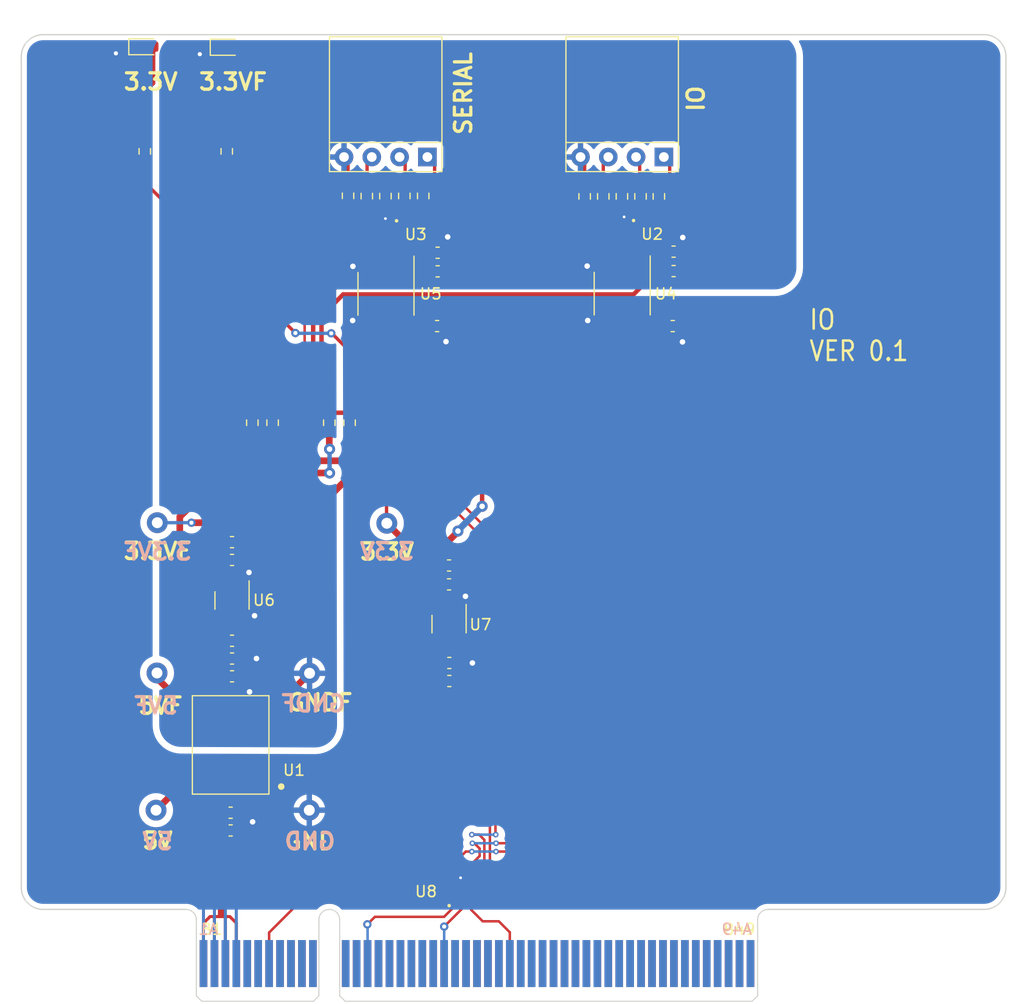
<source format=kicad_pcb>
(kicad_pcb (version 20221018) (generator pcbnew)
  (layers (0 "F.Cu" signal) (31 "B.Cu" signal) (34 "B.Paste" user) (35 "F.Paste" user) (36 "B.SilkS" user "B.Silkscreen") (37 "F.SilkS" user "F.Silkscreen") (38 "B.Mask" user) (39 "F.Mask" user) (44 "Edge.Cuts" user))
  (net 0 "")
  (net 1 "GND")
  (net 2 "GND1")
  (net 3 "/+5VF")
  (net 4 "/+3V3F")
  (net 5 "+5V")
  (net 6 "+3.3V")
  (net 7 "unconnected-(U2-D4-Pad5)")
  (net 8 "Net-(D2-A)")
  (net 15 "/PC6")
  (net 28 "/PA2")
  (net 60 "/PC7")
  (net 73 "/PA3")
  (net 96 "Net-(D1-A)")
  (net 98 "Net-(J1-Pin_2)")
  (net 99 "Net-(U2-D2)")
  (net 101 "Net-(U2-D3)")
  (net 102 "Net-(J1-Pin_3)")
  (net 104 "Net-(J2-Pin_2)")
  (net 105 "Net-(R1-Pad1)")
  (net 106 "Net-(J2-Pin_3)")
  (net 107 "Net-(R10-Pad1)")
  (net 108 "Net-(U3-D2)")
  (net 109 "Net-(U3-D3)")
  (net 110 "unconnected-(U3-D4-Pad5)")
  (net 111 "Net-(J1-Pin_1)")
  (net 112 "Net-(J2-Pin_1)")
  (footprint "Resistor_SMD:R_0603_1608Metric_Pad0.98x0.95mm_HandSolder" (layer "F.Cu") (at 8.5852 -73.6492 -90)
    (fp_text reference "R4" hide)
    (fp_text value "24K")
  )
  (footprint "Capacitor_SMD:C_0603_1608Metric_Pad1.08x0.95mm_HandSolder" (layer "F.Cu") (at 10.9728 -29.2862 180)
    (fp_text reference "C14" hide)
    (fp_text value "100n")
  )
  (footprint "Capacitor_SMD:C_0603_1608Metric_Pad1.08x0.95mm_HandSolder" (layer "F.Cu") (at -9.017 -17.2466 180)
    (fp_text reference "C2" hide)
    (fp_text value "100n")
  )
  (footprint "Capacitor_SMD:C_0603_1608Metric_Pad1.08x0.95mm_HandSolder" (layer "F.Cu") (at -9.017 -15.621 180)
    (fp_text reference "C1" hide)
    (fp_text value "10u")
  )
  (footprint "Capacitor_SMD:C_0603_1608Metric_Pad1.08x0.95mm_HandSolder" (layer "F.Cu") (at 10.9474 -39.8526 180)
    (fp_text reference "C15" hide)
    (fp_text value "100n")
  )
  (footprint "common:connector_4pins_horizontal" (layer "F.Cu") (at 26.7716 -77.207)
    (fp_text reference "J1" hide)
    (fp_text value "Conn_01x04_Pin")
  )
  (footprint "Resistor_SMD:R_0603_1608Metric_Pad0.98x0.95mm_HandSolder" (layer "F.Cu") (at -5.1816 -52.9082 -90)
    (fp_text reference "R14" hide)
    (fp_text value "0R")
  )
  (footprint "Resistor_SMD:R_0603_1608Metric_Pad0.98x0.95mm_HandSolder" (layer "F.Cu") (at 0 -52.9082 -90)
    (fp_text reference "R11" hide)
    (fp_text value "0R")
  )
  (footprint "Resistor_SMD:R_0603_1608Metric_Pad0.98x0.95mm_HandSolder" (layer "F.Cu") (at 1.8542 -52.9082 -90)
    (fp_text reference "R13" hide)
    (fp_text value "0R")
  )
  (footprint "Capacitor_SMD:C_0603_1608Metric_Pad1.08x0.95mm_HandSolder" (layer "F.Cu") (at -8.89 -31.3436 180)
    (fp_text reference "C8" hide)
    (fp_text value "100n")
  )
  (footprint "Package_SO:SOIC-8_3.9x4.9mm_P1.27mm" (layer "F.Cu") (at 5.1816 -64.6938 -90)
    (fp_text reference "U5")
    (fp_text value "ADUM1201ARZ-RL7")
  )
  (footprint "common:Test_Pad" (layer "F.Cu") (at -15.836 -17.4752)
    (fp_text reference "TP3" hide)
    (fp_text value "TestPoint")
  )
  (footprint "common:Diodes_UDFN-10_1.0x2.5mm_P0.5mm" (layer "F.Cu") (at 11.9718 -9.9648 90)
    (fp_text reference "U8")
    (fp_text value "ESD5344D-TP")
  )
  (footprint "Resistor_SMD:R_0603_1608Metric_Pad0.98x0.95mm_HandSolder" (layer "F.Cu") (at -16.8656 -77.724 90)
    (fp_text reference "R16" hide)
    (fp_text value "5K1")
  )
  (footprint "Capacitor_SMD:C_0603_1608Metric_Pad1.08x0.95mm_HandSolder" (layer "F.Cu") (at -8.8911 -41.9862 180)
    (fp_text reference "C12" hide)
    (fp_text value "10u")
  )
  (footprint "LED_SMD:LED_0603_1608Metric" (layer "F.Cu") (at -16.8403 -87.2978)
    (fp_text reference "D2" hide)
    (fp_text value "GRN")
  )
  (footprint "Capacitor_SMD:C_0603_1608Metric_Pad1.08x0.95mm_HandSolder" (layer "F.Cu") (at 9.906 -66.7512 180)
    (fp_text reference "C7" hide)
    (fp_text value "100n")
  )
  (footprint "Capacitor_SMD:C_0603_1608Metric_Pad1.08x0.95mm_HandSolder" (layer "F.Cu") (at 10.9728 -30.9372 180)
    (fp_text reference "C13" hide)
    (fp_text value "10u")
  )
  (footprint "Capacitor_SMD:C_0603_1608Metric_Pad1.08x0.95mm_HandSolder" (layer "F.Cu") (at 9.906 -68.453 180)
    (fp_text reference "C4" hide)
    (fp_text value "1u")
  )
  (footprint "Package_SO:SOIC-8_3.9x4.9mm_P1.27mm" (layer "F.Cu") (at 26.7716 -64.7192 -90)
    (fp_text reference "U4")
    (fp_text value "ADUM1201ARZ-RL7")
  )
  (footprint "common:Test_Pad" (layer "F.Cu") (at -15.748 -30.0228)
    (fp_text reference "TP1" hide)
    (fp_text value "TestPoint")
  )
  (footprint "Resistor_SMD:R_0603_1608Metric_Pad0.98x0.95mm_HandSolder" (layer "F.Cu") (at 3.429 -73.6346 90)
    (fp_text reference "R2" hide)
    (fp_text value "0R")
  )
  (footprint "common:PCIE_98_CARD" (layer "F.Cu") (at 0 0)
    (fp_text reference "J3" hide)
    (fp_text value "pcie_98")
    (fp_line (start -28.15 -10.4) (end -28.15 -86.4) (stroke (width 0.12)) (layer "Edge.Cuts"))
    (fp_line (start -26.15 -88.4) (end 59.85 -88.4) (stroke (width 0.12)) (layer "Edge.Cuts"))
    (fp_line (start -13.1 -8.4) (end -26.15 -8.4) (stroke (width 0.12)) (layer "Edge.Cuts"))
    (fp_line (start -12.15 -7.45) (end -12.15 -0.5) (stroke (width 0.1)) (layer "Edge.Cuts"))
    (fp_line (start -12.15 -0.5) (end -11.65 0) (stroke (width 0.1)) (layer "Edge.Cuts"))
    (fp_line (start -11.65 0) (end -1.45 0) (stroke (width 0.1)) (layer "Edge.Cuts"))
    (fp_line (start -0.95 -7.45) (end -0.95 -0.5) (stroke (width 0.1)) (layer "Edge.Cuts"))
    (fp_line (start -0.95 -0.5) (end -1.45 0) (stroke (width 0.1)) (layer "Edge.Cuts"))
    (fp_line (start 0.95 -7.45) (end 0.95 -0.5) (stroke (width 0.1)) (layer "Edge.Cuts"))
    (fp_line (start 0.95 -0.5) (end 1.45 0) (stroke (width 0.1)) (layer "Edge.Cuts"))
    (fp_line (start 1.45 0) (end 38.65 0) (stroke (width 0.1)) (layer "Edge.Cuts"))
    (fp_line (start 39.15 -7.45) (end 39.15 -0.5) (stroke (width 0.1)) (layer "Edge.Cuts"))
    (fp_line (start 39.15 -0.5) (end 38.65 0) (stroke (width 0.1)) (layer "Edge.Cuts"))
    (fp_line (start 59.85 -8.4) (end 40.1 -8.4) (stroke (width 0.12)) (layer "Edge.Cuts"))
    (fp_line (start 61.85 -86.4) (end 61.85 -10.4) (stroke (width 0.12)) (layer "Edge.Cuts"))
    (fp_arc (start -28.15 -86.4) (mid -27.564214 -87.814214) (end -26.15 -88.4) (stroke (width 0.12)) (layer "Edge.Cuts"))
    (fp_arc (start -26.15 -8.4) (mid -27.564214 -8.985786) (end -28.15 -10.4) (stroke (width 0.12)) (layer "Edge.Cuts"))
    (fp_arc (start -13.1 -8.4) (mid -12.428248 -8.121752) (end -12.15 -7.45) (stroke (width 0.1)) (layer "Edge.Cuts"))
    (fp_arc (start -0.95 -7.45) (mid 0 -8.4) (end 0.95 -7.45) (stroke (width 0.1)) (layer "Edge.Cuts"))
    (fp_arc (start 39.15 -7.45) (mid 39.428248 -8.121752) (end 40.1 -8.4) (stroke (width 0.1)) (layer "Edge.Cuts"))
    (fp_arc (start 59.85 -88.4) (mid 61.264214 -87.814214) (end 61.85 -86.4) (stroke (width 0.12)) (layer "Edge.Cuts"))
    (fp_arc (start 61.85 -10.4) (mid 61.264214 -8.985786) (end 59.85 -8.4) (stroke (width 0.12)) (layer "Edge.Cuts"))
  )
  (footprint "common:connector_4pins_horizontal" (layer "F.Cu") (at 5.1562 -77.207)
    (fp_text reference "J2" hide)
    (fp_text value "Conn_01x04_Pin")
  )
  (footprint "common:Test_Pad" (layer "F.Cu") (at -1.8288 -17.4752)
    (fp_text reference "TP5" hide)
    (fp_text value "TestPoint")
  )
  (footprint "Capacitor_SMD:C_0603_1608Metric_Pad1.08x0.95mm_HandSolder" (layer "F.Cu") (at 31.4706 -66.7766 180)
    (fp_text reference "C6" hide)
    (fp_text value "100n")
  )
  (footprint "Resistor_SMD:R_0603_1608Metric_Pad0.98x0.95mm_HandSolder" (layer "F.Cu") (at 5.1308 -73.6346 -90)
    (fp_text reference "R10" hide)
    (fp_text value "1K")
  )
  (footprint "Capacitor_SMD:C_0603_1608Metric_Pad1.08x0.95mm_HandSolder" (layer "F.Cu") (at 31.3944 -61.7474 180)
    (fp_text reference "C10" hide)
    (fp_text value "100n")
  )
  (footprint "Capacitor_SMD:C_0603_1608Metric_Pad1.08x0.95mm_HandSolder" (layer "F.Cu") (at 9.8552 -61.7474 180)
    (fp_text reference "C11" hide)
    (fp_text value "100n")
  )
  (footprint "Resistor_SMD:R_0603_1608Metric_Pad0.98x0.95mm_HandSolder" (layer "F.Cu") (at 25.0444 -73.6092 90)
    (fp_text reference "R1" hide)
    (fp_text value "0R")
  )
  (footprint "common:Test_Pad" (layer "F.Cu") (at -15.7226 -43.7642)
    (fp_text reference "TP2" hide)
    (fp_text value "TestPoint")
  )
  (footprint "Capacitor_SMD:C_0603_1608Metric_Pad1.08x0.95mm_HandSolder" (layer "F.Cu") (at 10.9474 -38.1254 180)
    (fp_text reference "C16" hide)
    (fp_text value "10u")
  )
  (footprint "Capacitor_SMD:C_0603_1608Metric_Pad1.08x0.95mm_HandSolder" (layer "F.Cu") (at -8.89 -32.9692 180)
    (fp_text reference "C17" hide)
    (fp_text value "100n")
  )
  (footprint "Capacitor_SMD:C_0603_1608Metric_Pad1.08x0.95mm_HandSolder" (layer "F.Cu") (at -8.89 -29.718 180)
    (fp_text reference "C5" hide)
    (fp_text value "10u")
  )
  (footprint "Resistor_SMD:R_0603_1608Metric_Pad0.98x0.95mm_HandSolder" (layer "F.Cu") (at -9.3726 -77.724 90)
    (fp_text reference "R15" hide)
    (fp_text value "5K1")
  )
  (footprint "common:Diodes_UDFN-10_1.0x2.5mm_P0.5mm" (layer "F.Cu") (at 5.1308 -70.1548 -90)
    (fp_text reference "U3")
    (fp_text value "ESD5344D-TP")
  )
  (footprint "Resistor_SMD:R_0603_1608Metric_Pad0.98x0.95mm_HandSolder" (layer "F.Cu") (at 6.858 -73.6492 -90)
    (fp_text reference "R9" hide)
    (fp_text value "1K")
  )
  (footprint "common:Test_Pad" (layer "F.Cu") (at 5.2578 -43.7134)
    (fp_text reference "TP4" hide)
    (fp_text value "TestPoint")
  )
  (footprint "Resistor_SMD:R_0603_1608Metric_Pad0.98x0.95mm_HandSolder" (layer "F.Cu") (at 1.7145 -73.66 -90)
    (fp_text reference "R6" hide)
    (fp_text value "24K")
  )
  (footprint "Package_TO_SOT_SMD:SOT-23-3" (layer "F.Cu") (at 10.9474 -34.4932 -90)
    (fp_text reference "U7")
    (fp_text value "XC6206P332MR")
  )
  (footprint "common:Diodes_UDFN-10_1.0x2.5mm_P0.5mm" (layer "F.Cu") (at 26.797 -70.1802 -90)
    (fp_text reference "U2")
    (fp_text value "ESD5344D-TP")
  )
  (footprint "common:Test_Pad" (layer "F.Cu") (at -1.8034 -29.9974)
    (fp_text reference "TP6" hide)
    (fp_text value "TestPoint")
  )
  (footprint "LED_SMD:LED_0603_1608Metric" (layer "F.Cu") (at -9.398 -87.249)
    (fp_text reference "D1" hide)
    (fp_text value "GRN")
  )
  (footprint "io:Converter_DCDC" (layer "F.Cu") (at -9.017 -23.4442 90)
    (fp_text reference "U1")
    (fp_text value "B0505MT-1WR4")
  )
  (footprint "Capacitor_SMD:C_0603_1608Metric_Pad1.08x0.95mm_HandSolder" (layer "F.Cu") (at 31.4706 -68.5546 180)
    (fp_text reference "C3" hide)
    (fp_text value "1u")
  )
  (footprint "Resistor_SMD:R_0603_1608Metric_Pad0.98x0.95mm_HandSolder" (layer "F.Cu") (at 30.1244 -73.6092 -90)
    (fp_text reference "R3" hide)
    (fp_text value "24K")
  )
  (footprint "Resistor_SMD:R_0603_1608Metric_Pad0.98x0.95mm_HandSolder" (layer "F.Cu") (at 28.448 -73.6092 -90)
    (fp_text reference "R7" hide)
    (fp_text value "1K")
  )
  (footprint "Package_TO_SOT_SMD:SOT-23-3" (layer "F.Cu") (at -8.89 -36.6522 -90)
    (fp_text reference "U6")
    (fp_text value "XC6206P332MR")
  )
  (footprint "Resistor_SMD:R_0603_1608Metric_Pad0.98x0.95mm_HandSolder" (layer "F.Cu") (at 23.3426 -73.6092 -90)
    (fp_text reference "R5" hide)
    (fp_text value "24K")
  )
  (footprint "Capacitor_SMD:C_0603_1608Metric_Pad1.08x0.95mm_HandSolder" (layer "F.Cu") (at -8.89 -40.3606 180)
    (fp_text reference "C9" hide)
    (fp_text value "100n")
  )
  (footprint "Resistor_SMD:R_0603_1608Metric_Pad0.98x0.95mm_HandSolder" (layer "F.Cu") (at 26.7462 -73.6092 -90)
    (fp_text reference "R8" hide)
    (fp_text value "1K")
  )
  (footprint "Resistor_SMD:R_0603_1608Metric_Pad0.98x0.95mm_HandSolder" (layer "F.Cu") (at -7.0358 -52.9082 -90)
    (fp_text reference "R12" hide)
    (fp_text value "0R")
  )
  (gr_text "5V" (at -15.6972 -13.7414) (layer "B.SilkS") (effects (font (size 1.5 1.5) (thickness 0.3) bold) (justify bottom mirror)))
  (gr_text "5VF" (at -13.6652 -26.162) (layer "B.SilkS") (effects (font (size 1.5 1.5) (thickness 0.3) bold) (justify left bottom mirror)))
  (gr_text "GNDF" (at 1.651 -26.3398) (layer "B.SilkS") (effects (font (size 1.5 1.5) (thickness 0.3) bold) (justify left bottom mirror)))
  (gr_text "GND" (at -1.778 -13.7668) (layer "B.SilkS") (effects (font (size 1.5 1.5) (thickness 0.3) bold) (justify bottom mirror)))
  (gr_text "3.3V" (at 5.2578 -40.259) (layer "B.SilkS") (effects (font (size 1.5 1.5) (thickness 0.3) bold) (justify bottom mirror)))
  (gr_text "3.3VF" (at -15.7226 -40.2336) (layer "B.SilkS") (effects (font (size 1.5 1.5) (thickness 0.3) bold) (justify bottom mirror)))
  (gr_text "GNDF" (at -3.9624 -26.4414) (layer "F.SilkS") (effects (font (size 1.5 1.5) (thickness 0.3) bold) (justify left bottom)))
  (gr_text "5V" (at -15.709 -13.7922) (layer "F.SilkS") (effects (font (size 1.5 1.5) (thickness 0.3) bold) (justify bottom)))
  (gr_text "3.3V" (at 5.2832 -40.2336) (layer "F.SilkS") (effects (font (size 1.5 1.5) (thickness 0.3) bold) (justify bottom)))
  (gr_text "3.3V" (at -18.9484 -83.2104) (layer "F.SilkS") (effects (font (size 1.5 1.5) (thickness 0.3) bold) (justify left bottom)))
  (gr_text "IO" (at 34.3916 -81.2038 90) (layer "F.SilkS") (effects (font (size 1.5 1.5) (thickness 0.3) bold) (justify left bottom)))
  (gr_text "SERIAL" (at 13.1318 -79.0702 90) (layer "F.SilkS") (effects (font (size 1.5 1.5) (thickness 0.3) bold) (justify left bottom)))
  (gr_text "GND" (at -1.7644 -13.7414) (layer "F.SilkS") (effects (font (size 1.5 1.5) (thickness 0.3) bold) (justify bottom)))
  (gr_text "5VF" (at -17.6276 -26.1366) (layer "F.SilkS") (effects (font (size 1.5 1.5) (thickness 0.3) bold) (justify left bottom)))
  (gr_text "IO\nVER 0.1" (at 43.7642 -58.42) (layer "F.SilkS") (effects (font (size 1.778 1.524) (thickness 0.2286)) (justify left bottom)))
  (gr_text "3.3VF" (at -12.065 -83.2104) (layer "F.SilkS") (effects (font (size 1.5 1.5) (thickness 0.3) bold) (justify left bottom)))
  (gr_text "3.3VF" (at -15.6972 -40.2844) (layer "F.SilkS") (effects (font (size 1.5 1.5) (thickness 0.3) bold) (justify bottom)))
  (segment (start -8.1545 -17.2466) (end -8.1545 -15.621) (width 0.3048) (layer "F.Cu") (net 1))
  (segment (start -18.8742 -87.2978) (end -19.4564 -86.7156) (width 0.3048) (layer "F.Cu") (net 1))
  (segment (start 23.7744 -62.2554) (end 23.622 -62.2554) (width 0.4064) (layer "F.Cu") (net 1))
  (segment (start -8.1545 -16.4846) (end -8.1545 -15.621) (width 0.6096) (layer "F.Cu") (net 1))
  (segment (start 11.8353 -30.1752) (end 11.8353 -29.2862) (width 0.6096) (layer "F.Cu") (net 1))
  (segment (start 23.7632 -62.2442) (end 23.7744 -62.2554) (width 0.4064) (layer "F.Cu") (net 1))
  (segment (start 2.1956 -62.2188) (end 2.159 -62.2554) (width 0.2286) (layer "F.Cu") (net 1))
  (segment (start 23.622 -62.103) (end 23.749 -62.23) (width 0.4064) (layer "F.Cu") (net 1))
  (segment (start 12.00095 -30.9372) (end 12.99265 -30.9372) (width 0.6096) (layer "F.Cu") (net 1))
  (segment (start 11.9718 -11.262599) (end 12.000859 -11.291658) (width 0.2286) (layer "F.Cu") (net 1))
  (segment (start -8.1545 -17.2466) (end -8.1545 -16.4846) (width 0.6096) (layer "F.Cu") (net 1))
  (segment (start 2.1336 -62.2808) (end 2.1844 -62.23) (width 0.2286) (layer "F.Cu") (net 1))
  (segment (start 2.1336 -62.2554) (end 2.1336 -62.2808) (width 0.2286) (layer "F.Cu") (net 1))
  (segment (start -6.88285 -16.4592) (end -8.15395 -16.4592) (width 0.6096) (layer "F.Cu") (net 1))
  (segment (start 3.2766 -62.2188) (end 2.1956 -62.2188) (width 0.4064) (layer "F.Cu") (net 1))
  (segment (start 2.159 -62.2554) (end 2.1336 -62.2554) (width 0.2286) (layer "F.Cu") (net 1))
  (segment (start 23.622 -62.2554) (end 23.622 -62.103) (width 0.4064) (layer "F.Cu") (net 1))
  (segment (start -5.969 -19.6342) (end -5.969 -20.9042) (width 0.6096) (layer "F.Cu") (net 1))
  (segment (start 11.8099 -38.1254) (end 11.8099 -39.8526) (width 0.6096) (layer "F.Cu") (net 1))
  (segment (start 11.8974 -35.6307) (end 11.8974 -38.0379) (width 0.6096) (layer "F.Cu") (net 1))
  (segment (start 11.8353 -30.9372) (end 11.8353 -30.1752) (width 0.6096) (layer "F.Cu") (net 1))
  (segment (start -17.6278 -87.2978) (end -18.8742 -87.2978) (width 0.3048) (layer "F.Cu") (net 1))
  (segment (start -8.1545 -17.2466) (end -8.1545 -17.9467) (width 0.6096) (layer "F.Cu") (net 1))
  (segment (start 11.8974 -38.0379) (end 11.8099 -38.1254) (width 0.6096) (layer "F.Cu") (net 1))
  (segment (start 10.6934 -60.38905) (end 10.6934 -61.53095) (width 0.4064) (layer "F.Cu") (net 1))
  (segment (start 32.3088 -60.36365) (end 32.3088 -61.50555) (width 0.4064) (layer "F.Cu") (net 1))
  (segment (start 11.9718 -9.9648) (end 11.9718 -11.262599) (width 0.2286) (layer "F.Cu") (net 1))
  (segment (start 24.8666 -62.2442) (end 23.7632 -62.2442) (width 0.4064) (layer "F.Cu") (net 1))
  (segment (start -8.1291 -16.51) (end -8.1545 -16.4846) (width 0.6096) (layer "F.Cu") (net 1))
  (segment (start -8.1545 -17.9467) (end -6.467 -19.6342) (width 0.6096) (layer "F.Cu") (net 1))
  (via (at 12.000859 -11.291658) (size 0.508) (drill 0.254) (layers "F.Cu" "B.Cu") (net 1))
  (via (at 32.2834 -60.2996) (size 1.016) (drill 0.508) (layers "F.Cu" "B.Cu") (net 1))
  (via (at 23.622 -62.2554) (size 1.016) (drill 0.508) (layers "F.Cu" "B.Cu") (net 1))
  (via (at 2.1336 -62.2554) (size 1.016) (drill 0.508) (layers "F.Cu" "B.Cu") (net 1))
  (via (at -19.5072 -86.6902) (size 0.762) (drill 0.381) (layers "F.Cu" "B.Cu") (net 1))
  (via (at 13.081 -30.9372) (size 1.016) (drill 0.508) (layers "F.Cu" "B.Cu") (net 1))
  (via (at 12.446 -37.0332) (size 1.016) (drill 0.508) (layers "F.Cu" "B.Cu") (net 1))
  (via (at -7.0104 -16.4084) (size 1.016) (drill 0.508) (layers "F.Cu" "B.Cu") (net 1))
  (via (at 10.668 -60.325) (size 1.016) (drill 0.508) (layers "F.Cu" "B.Cu") (net 1))
  (segment (start -9.5 -11.5066) (end -9.5504 -11.557) (width 0.2794) (layer "B.Cu") (net 1))
  (segment (start -10.5 -3.45) (end -10.5 -11.5922) (width 0.2794) (layer "B.Cu") (net 1))
  (segment (start -11.5 -11.8934) (end -11.4554 -11.938) (width 0.2794) (layer "B.Cu") (net 1))
  (segment (start -8.5 -11.439) (end -8.4582 -11.4808) (width 0.2794) (layer "B.Cu") (net 1))
  (segment (start -11.5 -3.45) (end -11.5 -11.8934) (width 0.2794) (layer "B.Cu") (net 1))
  (segment (start -10.5 -11.5922) (end -10.5156 -11.6078) (width 0.2794) (layer "B.Cu") (net 1))
  (segment (start -8.5 -3.45) (end -8.5 -11.439) (width 0.2794) (layer "B.Cu") (net 1))
  (segment (start -9.5 -3.45) (end -9.5 -11.5066) (width 0.2794) (layer "B.Cu") (net 1))
  (segment (start -7.94 -40.2731) (end -8.0275 -40.3606) (width 0.6096) (layer "F.Cu") (net 2))
  (segment (start -7.3152 -36.83) (end -7.3152 -34.0614) (width 0.6096) (layer "F.Cu") (net 2))
  (segment (start -1.8034 -29.9974) (end -4.5466 -27.2542) (width 0.6096) (layer "F.Cu") (net 2))
  (segment (start -8.0275 -33.3491) (end -7.3152 -34.0614) (width 0.6096) (layer "F.Cu") (net 2))
  (segment (start 3.2766 -67.1688) (end 1.8654 -67.1688) (width 0.4064) (layer "F.Cu") (net 2))
  (segment (start -4.5466 -27.2542) (end -6.858 -27.2542) (width 0.6096) (layer "F.Cu") (net 2))
  (segment (start -5.9944 -26.0096) (end -5.9944 -27.2796) (width 0.6096) (layer "F.Cu") (net 2))
  (segment (start 23.3426 -74.5217) (end 23.3426 -76.826) (width 0.3048) (layer "F.Cu") (net 2))
  (segment (start 1.3462 -77.207) (end 1.7145 -76.8387) (width 0.3048) (layer "F.Cu") (net 2))
  (segment (start -8.0021 -29.718) (end -8.0021 -31.3182) (width 0.6096) (layer "F.Cu") (net 2))
  (segment (start 23.5712 -67.2338) (end 24.003 -67.183) (width 0.4064) (layer "F.Cu") (net 2))
  (segment (start -6.6802 -31.3436) (end -6.6548 -31.369) (width 0.6096) (layer "F.Cu") (net 2))
  (segment (start -7.94 -37.7897) (end -7.94 -37.4548) (width 0.6096) (layer "F.Cu") (net 2))
  (segment (start 10.7685 -66.7512) (end 10.7685 -68.453) (width 0.4064) (layer "F.Cu") (net 2))
  (segment (start 23.3426 -76.826) (end 22.9616 -77.207) (width 0.3048) (layer "F.Cu") (net 2))
  (segment (start 10.7685 -68.453) (end 10.7685 -69.6711) (width 0.4064) (layer "F.Cu") (net 2))
  (segment (start 24.8666 -67.1942) (end 24.0142 -67.1942) (width 0.4064) (layer "F.Cu") (net 2))
  (segment (start 32.3088 -69.85) (end 32.3088 -68.5789) (width 0.3048) (layer "F.Cu") (net 2))
  (segment (start 5.1308 -71.5772) (end 5.1308 -70.1548) (width 0.2286) (layer "F.Cu") (net 2))
  (segment (start 26.797 -70.1802) (end 26.797 -71.5772) (width 0.2286) (layer "F.Cu") (net 2))
  (segment (start 24.0142 -67.1942) (end 23.5712 -67.2338) (width 0.4064) (layer "F.Cu") (net 2))
  (segment (start -7.94 -37.4548) (end -7.3152 -36.83) (width 0.6096) (layer "F.Cu") (net 2))
  (segment (start 10.8204 -69.9008) (end 10.7696 -69.6722) (width 0.4064) (layer "F.Cu") (net 2))
  (segment (start -8.0275 -31.3436) (end -8.0275 -32.9692) (width 0.6096) (layer "F.Cu") (net 2))
  (segment (start 32.3331 -68.5546) (end 32.3331 -66.7766) (width 0.3048) (layer "F.Cu") (net 2))
  (segment (start -11.176 -87.249) (end -11.8618 -86.563198) (width 0.3048) (layer "F.Cu") (net 2))
  (segment (start 32.3088 -68.5789) (end 32.3331 -68.5546) (width 0.3048) (layer "F.Cu") (net 2))
  (segment (start -6.858 -27.2542) (end -8.0393 -28.4355) (width 0.6096) (layer "F.Cu") (net 2))
  (segment (start -8.0393 -28.4355) (end -8.0393 -29.2862) (width 0.6096) (layer "F.Cu") (net 2))
  (segment (start 26.797 -71.5772) (end 26.9494 -71.7296) (width 0.2286) (layer "F.Cu") (net 2))
  (segment (start -8.0275 -31.3436) (end -6.6802 -31.3436) (width 0.6096) (layer "F.Cu") (net 2))
  (segment (start 10.7685 -69.6711) (end 10.8204 -69.9008) (width 0.4064) (layer "F.Cu") (net 2))
  (segment (start -8.0286 -41.8846) (end -8.0286 -40.2093) (width 0.6096) (layer "F.Cu") (net 2))
  (segment (start -10.1855 -87.249) (end -11.176 -87.249) (width 0.3048) (layer "F.Cu") (net 2))
  (segment (start 1.7145 -76.8387) (end 1.7145 -74.5725) (width 0.3048) (layer "F.Cu") (net 2))
  (segment (start -7.94 -37.7897) (end -7.94 -40.2731) (width 0.6096) (layer "F.Cu") (net 2))
  (segment (start -8.0275 -32.9692) (end -8.0275 -33.3491) (width 0.6096) (layer "F.Cu") (net 2))
  (via (at 10.8204 -69.9008) (size 1.016) (drill 0.508) (layers "F.Cu" "B.Cu") (net 2))
  (via (at -6.8326 -35.2552) (size 1.016) (drill 0.508) (layers "F.Cu" "B.Cu") (net 2))
  (via (at 2.159 -67.2084) (size 1.016) (drill 0.508) (layers "F.Cu" "B.Cu") (net 2))
  (via (at 32.3088 -69.85) (size 1.016) (drill 0.508) (layers "F.Cu" "B.Cu") (net 2))
  (via (at 23.5712 -67.2338) (size 1.016) (drill 0.508) (layers "F.Cu" "B.Cu") (net 2))
  (via (at 5.1308 -71.5772) (size 0.508) (drill 0.254) (layers "F.Cu" "B.Cu") (net 2))
  (via (at -7.3406 -39.2176) (size 1.016) (drill 0.508) (layers "F.Cu" "B.Cu") (net 2))
  (via (at -7.2898 -28.2956) (size 1.016) (drill 0.508) (layers "F.Cu" "B.Cu") (net 2))
  (via (at -11.8364 -86.614) (size 0.762) (drill 0.381) (layers "F.Cu" "B.Cu") (net 2))
  (via (at -6.6548 -31.3436) (size 1.016) (drill 0.508) (layers "F.Cu" "B.Cu") (net 2))
  (via (at 26.9494 -71.7296) (size 0.508) (drill 0.254) (layers "F.Cu" "B.Cu") (net 2))
  (segment (start -9.6774 -35.4838) (end -8.9209 -35.4838) (width 0.6096) (layer "F.Cu") (net 3))
  (segment (start -8.89 -34.2138) (end -8.89 -35.5147) (width 0.6096) (layer "F.Cu") (net 3))
  (segment (start -7.0358 -48.387) (end -6.9596 -48.3108) (width 0.6096) (layer "F.Cu") (net 3))
  (segment (start -13.6652 -44.2976) (end -13.6652 -39.4716) (width 0.6096) (layer "F.Cu") (net 3))
  (segment (start -7.0358 -51.9957) (end -7.0358 -48.387) (width 0.6096) (layer "F.Cu") (net 3))
  (segment (start -7.0358 -48.387) (end -9.5758 -48.387) (width 0.6096) (layer "F.Cu") (net 3))
  (segment (start -9.7525 -28.4745) (end -9.7525 -29.718) (width 0.6096) (layer "F.Cu") (net 3))
  (segment (start 0.0254 -50.5714) (end 0.0254 -50.4952) (width 0.6096) (layer "F.Cu") (net 3))
  (segment (start -9.7525 -31.3436) (end -9.7525 -32.9692) (width 0.6096) (layer "F.Cu") (net 3))
  (segment (start 0 -50.5968) (end 0.0254 -50.5714) (width 0.6096) (layer "F.Cu") (net 3))
  (segment (start 0 -51.9957) (end 0 -50.5968) (width 0.6096) (layer "F.Cu") (net 3))
  (segment (start -9.7017 -31.3436) (end -9.7017 -29.7434) (width 0.6096) (layer "F.Cu") (net 3))
  (segment (start -13.4484 -27.2542) (end -10.9728 -27.2542) (width 0.6096) (layer "F.Cu") (net 3))
  (segment (start -15.748 -29.5538) (end -13.4484 -27.2542) (width 0.6096) (layer "F.Cu") (net 3))
  (segment (start -6.9596 -48.3108) (end 0.0254 -48.3108) (width 0.6096) (layer "F.Cu") (net 3))
  (segment (start -9.7525 -33.3513) (end -8.89 -34.2138) (width 0.6096) (layer "F.Cu") (net 3))
  (segment (start -9.5758 -48.387) (end -13.6652 -44.2976) (width 0.6096) (layer "F.Cu") (net 3))
  (segment (start -8.9209 -35.4838) (end -8.89 -35.5147) (width 0.6096) (layer "F.Cu") (net 3))
  (segment (start -10.9728 -27.2542) (end -9.7525 -28.4745) (width 0.6096) (layer "F.Cu") (net 3))
  (segment (start -15.748 -30.0228) (end -15.748 -29.5538) (width 0.6096) (layer "F.Cu") (net 3))
  (segment (start -13.6652 -39.4716) (end -9.6774 -35.4838) (width 0.6096) (layer "F.Cu") (net 3))
  (segment (start 0.1016 -50.4952) (end 0.0254 -50.5714) (width 0.6096) (layer "F.Cu") (net 3))
  (segment (start -9.7525 -32.9692) (end -9.7525 -33.3513) (width 0.6096) (layer "F.Cu") (net 3))
  (segment (start 0.0254 -50.4952) (end 0.1016 -50.4952) (width 0.6096) (layer "F.Cu") (net 3))
  (via (at 0.0254 -50.4952) (size 1.016) (drill 0.508) (layers "F.Cu" "B.Cu") (net 3))
  (via (at 0.0254 -48.3108) (size 1.016) (drill 0.508) (layers "F.Cu" "B.Cu") (net 3))
  (segment (start 0.0254 -50.4952) (end 0.0254 -48.3108) (width 0.4064) (layer "B.Cu") (net 3))
  (segment (start 1.8542 -51.9957) (end 1.8542 -49.4538) (width 0.6096) (layer "F.Cu") (net 4))
  (segment (start -5.1816 -51.9957) (end -6.1195 -52.9336) (width 0.2286) (layer "F.Cu") (net 4))
  (segment (start -8.001 -53.2892) (end -8.001 -54.4322) (width 0.2286) (layer "F.Cu") (net 4))
  (segment (start -7.6454 -52.9336) (end -8.001 -53.2892) (width 0.2286) (layer "F.Cu") (net 4))
  (segment (start -9.84 -37.7897) (end -9.84 -40.2731) (width 0.6096) (layer "F.Cu") (net 4))
  (segment (start 1.8542 -48.006) (end 1.8542 -49.403) (width 0.6096) (layer "F.Cu") (net 4))
  (segment (start -9.84 -40.2731) (end -9.7525 -40.3606) (width 0.6096) (layer "F.Cu") (net 4))
  (segment (start -5.1816 -51.5112) (end -5.1816 -51.9957) (width 0.6096) (layer "F.Cu") (net 4))
  (segment (start 1.8288 -49.4284) (end -3.0988 -49.4284) (width 0.6096) (layer "F.Cu") (net 4))
  (segment (start -8.001 -54.4322) (end -2.25301 -60.18019) (width 0.2286) (layer "F.Cu") (net 4))
  (segment (start -9.7536 -43.7642) (end -2.3876 -43.7642) (width 0.6096) (layer "F.Cu") (net 4))
  (segment (start 1.8542 -49.403) (end 1.8288 -49.4284) (width 0.6096) (layer "F.Cu") (net 4))
  (segment (start -2.25301 -60.18019) (end -2.25301 -63.06061) (width 0.2286) (layer "F.Cu") (net 4))
  (segment (start -2.3876 -43.7642) (end 1.8542 -48.006) (width 0.6096) (layer "F.Cu") (net 4))
  (segment (start -9.3726 -70.1802) (end -9.3726 -76.8115) (width 0.2286) (layer "F.Cu") (net 4))
  (segment (start -12.5984 -43.7642) (end -9.7536 -43.7642) (width 0.6096) (layer "F.Cu") (net 4))
  (segment (start -6.1195 -52.9336) (end -7.6454 -52.9336) (width 0.2286) (layer "F.Cu") (net 4))
  (segment (start -9.7536 -41.9862) (end -9.7536 -43.7642) (width 0.6096) (layer "F.Cu") (net 4))
  (segment (start -2.25301 -63.06061) (end -9.3726 -70.1802) (width 0.2286) (layer "F.Cu") (net 4))
  (segment (start -9.7525 -41.8835) (end -9.7536 -41.8846) (width 0.6096) (layer "F.Cu") (net 4))
  (segment (start -9.7525 -40.2082) (end -9.7525 -41.8835) (width 0.6096) (layer "F.Cu") (net 4))
  (segment (start -3.0988 -49.4284) (end -5.1816 -51.5112) (width 0.6096) (layer "F.Cu") (net 4))
  (segment (start 1.8542 -49.4538) (end 1.8288 -49.4284) (width 0.6096) (layer "F.Cu") (net 4))
  (via (at -12.5984 -43.7642) (size 0.762) (drill 0.381) (layers "F.Cu" "B.Cu") (net 4))
  (segment (start -15.6972 -43.7642) (end -12.5984 -43.7642) (width 0.3048) (layer "B.Cu") (net 4))
  (segment (start -10.8966 -7.747) (end -11.5 -7.1436) (width 0.2794) (layer "F.Cu") (net 5))
  (segment (start -9.9822 -7.747) (end -10.8966 -7.747) (width 0.2794) (layer "F.Cu") (net 5))
  (segment (start -9.9822 -7.747) (end -9.0932 -7.747) (width 0.2794) (layer "F.Cu") (net 5))
  (segment (start -13.677 -19.6342) (end -15.836 -17.4752) (width 0.6096) (layer "F.Cu") (net 5))
  (segment (start -11.567 -19.6342) (end -13.677 -19.6342) (width 0.6096) (layer "F.Cu") (net 5))
  (segment (start 10.9728 -33.3303) (end 10.9728 -32.7914) (width 0.6096) (layer "F.Cu") (net 5))
  (segment (start -8.5 -7.1538) (end -8.5 -3.45) (width 0.2794) (layer "F.Cu") (net 5))
  (segment (start -9.8795 -17.2466) (end -9.8795 -15.621) (width 0.6096) (layer "F.Cu") (net 5))
  (segment (start -9.8806 -7.9248) (end -9.8806 -12.9032) (width 0.6096) (layer "F.Cu") (net 5))
  (segment (start -12.0396 -19.6088) (end -12.0396 -20.8788) (width 0.6096) (layer "F.Cu") (net 5))
  (segment (start -10.5 -7.7118) (end -10.5 -3.45) (width 0.2794) (layer "F.Cu") (net 5))
  (segment (start 10.1103 -30.9372) (end 10.1103 -29.2862) (width 0.6096) (layer "F.Cu") (net 5))
  (segment (start -10.4648 -7.747) (end -10.5 -7.7118) (width 0.2794) (layer "F.Cu") (net 5))
  (segment (start 10.9728 -32.7914) (end 10.1103 -31.9289) (width 0.6096) (layer "F.Cu") (net 5))
  (segment (start -9.9822 -7.747) (end -10.4648 -7.747) (width 0.2794) (layer "F.Cu") (net 5))
  (segment (start -9.8806 -13.0048) (end -0.6604 -13.0048) (width 0.6096) (layer "F.Cu") (net 5))
  (segment (start -9.8795 -13.1815) (end -9.8795 -15.621) (width 0.6096) (layer "F.Cu") (net 5))
  (segment (start -9.8795 -17.9467) (end -11.567 -19.6342) (width 0.6096) (layer "F.Cu") (net 5))
  (segment (start 10.1103 -23.7755) (end 10.1103 -29.2862) (width 0.6096) (layer "F.Cu") (net 5))
  (segment (start -0.6604 -13.0048) (end 10.1103 -23.7755) (width 0.6096) (layer "F.Cu") (net 5))
  (segment (start -9.5 -7.747) (end -9.9822 -7.747) (width 0.2794) (layer "F.Cu") (net 5))
  (segment (start 10.1103 -31.9289) (end 10.1103 -30.9372) (width 0.6096) (layer "F.Cu") (net 5))
  (segment (start -9.0932 -7.747) (end -8.5 -7.1538) (width 0.2794) (layer "F.Cu") (net 5))
  (segment (start -11.5 -7.1436) (end -11.5 -3.45) (width 0.2794) (layer "F.Cu") (net 5))
  (segment (start -9.8795 -17.2466) (end -9.8795 -17.9467) (width 0.6096) (layer "F.Cu") (net 5))
  (segment (start -9.7028 -13.0048) (end -9.8795 -13.1815) (width 0.6096) (layer "F.Cu") (net 5))
  (segment (start -9.5 -3.45) (end -9.5 -7.747) (width 0.2794) (layer "F.Cu") (net 5))
  (segment (start -16.8656 -76.8115) (end -16.8656 -74.8792) (width 0.3048) (layer "F.Cu") (net 6))
  (segment (start 28.6766 -63.1952) (end 28.6766 -62.2442) (width 0.4064) (layer "F.Cu") (net 6))
  (segment (start -16.8656 -74.8792) (end -3.0988 -61.1124) (width 0.3048) (layer "F.Cu") (net 6))
  (segment (start 0.2286 -61.087) (end 0.1778 -61.087) (width 0.3048) (layer "F.Cu") (net 6))
  (segment (start 30.27735 -61.7728) (end 28.75225 -61.7728) (width 0.4064) (layer "F.Cu") (net 6))
  (segment (start 10.4394 -41.6306) (end 11.7602 -42.9514) (width 0.6096) (layer "F.Cu") (net 6))
  (segment (start 13.97 -63.7794) (end 13.97 -45.262798) (width 0.4064) (layer "F.Cu") (net 6))
  (segment (start 8.77625 -61.7474) (end 7.17495 -61.7474) (width 0.4064) (layer "F.Cu") (net 6))
  (segment (start 11.7602 -42.9514) (end 11.7602 -43.0022) (width 0.6096) (layer "F.Cu") (net 6))
  (segment (start 5.2324 -56.0832) (end 0.2286 -61.087) (width 0.3048) (layer "F.Cu") (net 6))
  (segment (start 11.7602 -43.0022) (end 11.8099 -42.9525) (width 0.6096) (layer "F.Cu") (net 6))
  (segment (start 5.2578 -43.7134) (end 7.3406 -41.6306) (width 0.6096) (layer "F.Cu") (net 6))
  (segment (start 5.2324 -43.7388) (end 5.2324 -56.0832) (width 0.3048) (layer "F.Cu") (net 6))
  (segment (start 8.9927 -61.7474) (end 8.9927 -63.0439) (width 0.4064) (layer "F.Cu") (net 6))
  (segment (start 10.0228 -38.0633) (end 10.0849 -38.1254) (width 0.6096) (layer "F.Cu") (net 6))
  (segment (start 10.0584 -39.751) (end 10.0584 -41.4782) (width 0.6096) (layer "F.Cu") (net 6))
  (segment (start 7.3406 -41.6306) (end 10.4394 -41.6306) (width 0.6096) (layer "F.Cu") (net 6))
  (segment (start 5.2578 -43.7134) (end 5.2324 -43.7388) (width 0.3048) (layer "F.Cu") (net 6))
  (segment (start 8.9927 -63.0439) (end 9.7282 -63.7794) (width 0.4064) (layer "F.Cu") (net 6))
  (segment (start 9.7282 -63.7794) (end 28.0924 -63.7794) (width 0.4064) (layer "F.Cu") (net 6))
  (segment (start 10.0228 -35.6053) (end 10.0228 -38.0633) (width 0.6096) (layer "F.Cu") (net 6))
  (segment (start 28.0924 -63.7794) (end 28.6766 -63.1952) (width 0.4064) (layer "F.Cu") (net 6))
  (segment (start 10.0849 -38.1254) (end 10.0849 -39.8526) (width 0.6096) (layer "F.Cu") (net 6))
  (via (at 11.7602 -43.0022) (size 1.016) (drill 0.508) (layers "F.Cu" "B.Cu") (net 6))
  (via (at -3.0988 -61.1124) (size 0.762) (drill 0.381) (layers "F.Cu" "B.Cu") (net 6))
  (via (at 13.97 -45.262798) (size 1.016) (drill 0.508) (layers "F.Cu" "B.Cu") (net 6))
  (via (at 0.1778 -61.087) (size 0.762) (drill 0.381) (layers "F.Cu" "B.Cu") (net 6))
  (segment (start 11.7602 -43.0022) (end 11.7602 -43.053) (width 0.6096) (layer "B.Cu") (net 6))
  (segment (start 0.1778 -61.087) (end -3.0734 -61.087) (width 0.3048) (layer "B.Cu") (net 6))
  (segment (start -3.0734 -61.087) (end -3.0988 -61.1124) (width 0.3048) (layer "B.Cu") (net 6))
  (segment (start 11.7602 -43.053) (end 13.97 -45.262798) (width 0.6096) (layer "B.Cu") (net 6))
  (segment (start 25.797 -70.7052) (end 25.797 -69.6552) (width 0.2286) (layer "F.Cu") (net 7))
  (segment (start -16.0528 -87.2978) (end -16.0528 -83.947) (width 0.3048) (layer "F.Cu") (net 8))
  (segment (start -16.8656 -83.1342) (end -16.8656 -78.6365) (width 0.3048) (layer "F.Cu") (net 8))
  (segment (start -16.0528 -83.947) (end -16.8656 -83.1342) (width 0.3048) (layer "F.Cu") (net 8))
  (segment (start 12.8778 -12.4206) (end 13.7414 -13.2842) (width 0.2286) (layer "F.Cu") (net 15))
  (segment (start 13.7414 -13.2842) (end 13.7414 -13.97) (width 0.2286) (layer "F.Cu") (net 15))
  (segment (start 4.1656 -7.7216) (end 3.4798 -7.0358) (width 0.2286) (layer "F.Cu") (net 15))
  (segment (start 26.1366 -24.384) (end 26.1366 -62.2442) (width 0.2286) (layer "F.Cu") (net 15))
  (segment (start 11.4718 -8.7032) (end 10.4902 -7.7216) (width 0.2286) (layer "F.Cu") (net 15))
  (segment (start 12.1666 -12.4206) (end 12.8778 -12.4206) (width 0.2286) (layer "F.Cu") (net 15))
  (segment (start 15.24 -14.4526) (end 16.2052 -14.4526) (width 0.2286) (layer "F.Cu") (net 15))
  (segment (start 11.4718 -10.4898) (end 11.4718 -9.4398) (width 0.2286) (layer "F.Cu") (net 15))
  (segment (start 16.2052 -14.4526) (end 26.1366 -24.384) (width 0.2286) (layer "F.Cu") (net 15))
  (segment (start 13.2588 -14.4526) (end 13.081 -14.4526) (width 0.2286) (layer "F.Cu") (net 15))
  (segment (start 10.4902 -7.7216) (end 4.1656 -7.7216) (width 0.2286) (layer "F.Cu") (net 15))
  (segment (start 11.4718 -11.7258) (end 12.1666 -12.4206) (width 0.2286) (layer "F.Cu") (net 15))
  (segment (start 13.7414 -13.97) (end 13.2588 -14.4526) (width 0.2286) (layer "F.Cu") (net 15))
  (segment (start 11.4718 -10.4898) (end 11.4718 -11.7258) (width 0.2286) (layer "F.Cu") (net 15))
  (segment (start 11.4718 -9.4398) (end 11.4718 -8.7032) (width 0.2286) (layer "F.Cu") (net 15))
  (via (at 13.081 -14.4526) (size 0.508) (drill 0.254) (layers "F.Cu" "B.Cu") (net 15))
  (via (at 3.4798 -7.0358) (size 0.762) (drill 0.381) (layers "F.Cu" "B.Cu") (net 15))
  (via (at 15.24 -14.4526) (size 0.508) (drill 0.254) (layers "F.Cu" "B.Cu") (net 15))
  (segment (start 15.24 -14.4526) (end 13.081 -14.4526) (width 0.2286) (layer "B.Cu") (net 15))
  (segment (start 3.4798 -7.0358) (end 3.5 -7.0156) (width 0.2286) (layer "B.Cu") (net 15))
  (segment (start 3.5 -7.0156) (end 3.5 -3.45) (width 0.2286) (layer "B.Cu") (net 15))
  (segment (start 12.4718 -9.4398) (end 12.4718 -8.8044) (width 0.2286) (layer "F.Cu") (net 28))
  (segment (start 15.1892 -15.2654) (end 15.2146 -15.24) (width 0.2286) (layer "F.Cu") (net 28))
  (segment (start 12.065 -53.9242) (end 12.065 -45.5422) (width 0.2286) (layer "F.Cu") (net 28))
  (segment (start 12.4718 -10.4898) (end 12.4718 -10.9986) (width 0.2286) (layer "F.Cu") (net 28))
  (segment (start 12.065 -45.5422) (end 15.1892 -42.418) (width 0.2286) (layer "F.Cu") (net 28))
  (segment (start 14.1732 -14.7574) (end 13.6906 -15.24) (width 0.2286) (layer "F.Cu") (net 28))
  (segment (start 15.1892 -42.418) (end 15.1892 -15.2654) (width 0.2286) (layer "F.Cu") (net 28))
  (segment (start 12.4718 -8.8044) (end 10.5 -6.8326) (width 0.2286) (layer "F.Cu") (net 28))
  (segment (start 14.1732 -12.7) (end 14.1732 -14.7574) (width 0.2286) (layer "F.Cu") (net 28))
  (segment (start 12.4718 -10.9986) (end 14.1732 -12.7) (width 0.2286) (layer "F.Cu") (net 28))
  (segment (start 5.8166 -62.2188) (end 5.8166 -60.1726) (width 0.2286) (layer "F.Cu") (net 28))
  (segment (start 13.6906 -15.24) (end 13.0302 -15.24) (width 0.2286) (layer "F.Cu") (net 28))
  (segment (start 5.8166 -60.1726) (end 12.065 -53.9242) (width 0.2286) (layer "F.Cu") (net 28))
  (segment (start 12.4718 -10.4898) (end 12.4718 -9.4398) (width 0.2286) (layer "F.Cu") (net 28))
  (via (at 15.2146 -15.24) (size 0.508) (drill 0.254) (layers "F.Cu" "B.Cu") (net 28))
  (via (at 13.0302 -15.24) (size 0.508) (drill 0.254) (layers "F.Cu" "B.Cu") (net 28))
  (via (at 10.5 -6.8326) (size 0.762) (drill 0.381) (layers "F.Cu" "B.Cu") (net 28))
  (segment (start 15.2146 -15.24) (end 13.0302 -15.24) (width 0.2286) (layer "B.Cu") (net 28))
  (segment (start 10.5 -3.45) (end 10.5 -6.8326) (width 0.2286) (layer "B.Cu") (net 28))
  (segment (start 16.5354 -13.6906) (end 15.24 -13.6906) (width 0.2286) (layer "F.Cu") (net 60))
  (segment (start 1.990227 -9.033373) (end -2.752227 -9.033373) (width 0.2286) (layer "F.Cu") (net 60))
  (segment (start 10.9718 -12.191) (end 12.4714 -13.6906) (width 0.2286) (layer "F.Cu") (net 60))
  (segment (start 10.9718 -10.4898) (end 10.9718 -9.4398) (width 0.2286) (layer "F.Cu") (net 60))
  (segment (start 10.541 -8.636) (end 2.3876 -8.636) (width 0.2286) (layer "F.Cu") (net 60))
  (segment (start 27.4066 -62.2442) (end 27.4066 -24.5618) (width 0.2286) (layer "F.Cu") (net 60))
  (segment (start -5.5 -6.2856) (end -5.5 -3.45) (width 0.2286) (layer "F.Cu") (net 60))
  (segment (start 10.9718 -9.4398) (end 10.9718 -9.0668) (width 0.2286) (layer "F.Cu") (net 60))
  (segment (start 2.3876 -8.636) (end 1.990227 -9.033373) (width 0.2286) (layer "F.Cu") (net 60))
  (segment (start 27.4066 -24.5618) (end 16.5354 -13.6906) (width 0.2286) (layer "F.Cu") (net 60))
  (segment (start 10.9718 -9.0668) (end 10.541 -8.636) (width 0.2286) (layer "F.Cu") (net 60))
  (segment (start 12.4714 -13.6906) (end 13.0302 -13.6906) (width 0.2286) (layer "F.Cu") (net 60))
  (segment (start 10.9718 -10.4898) (end 10.9718 -12.191) (width 0.2286) (layer "F.Cu") (net 60))
  (segment (start -2.752227 -9.033373) (end -5.5 -6.2856) (width 0.2286) (layer "F.Cu") (net 60))
  (via (at 13.0302 -13.6906) (size 0.508) (drill 0.254) (layers "F.Cu" "B.Cu") (net 60))
  (via (at 15.24 -13.6906) (size 0.508) (drill 0.254) (layers "F.Cu" "B.Cu") (net 60))
  (segment (start 15.24 -13.6906) (end 13.0302 -13.6906) (width 0.2286) (layer "B.Cu") (net 60))
  (segment (start 16.5 -6.3092) (end 16.5 -3.45) (width 0.2286) (layer "F.Cu") (net 73))
  (segment (start 15.494 -7.3152) (end 16.5 -6.3092) (width 0.2286) (layer "F.Cu") (net 73))
  (segment (start 10.5918 -54.0004) (end 10.5918 -45.7962) (width 0.2286) (layer "F.Cu") (net 73))
  (segment (start 12.9718 -8.3642) (end 14.0208 -7.3152) (width 0.2286) (layer "F.Cu") (net 73))
  (segment (start 12.9718 -9.4398) (end 12.9718 -8.3642) (width 0.2286) (layer "F.Cu") (net 73))
  (segment (start 14.6812 -41.7068) (end 14.6812 -12.4992) (width 0.2286) (layer "F.Cu") (net 73))
  (segment (start 4.5466 -60.0456) (end 10.5918 -54.0004) (width 0.2286) (layer "F.Cu") (net 73))
  (segment (start 4.5466 -62.2188) (end 4.5466 -60.0456) (width 0.2286) (layer "F.Cu") (net 73))
  (segment (start 12.9718 -10.4898) (end 12.9718 -9.4398) (width 0.2286) (layer "F.Cu") (net 73))
  (segment (start 14.0208 -7.3152) (end 15.494 -7.3152) (width 0.2286) (layer "F.Cu") (net 73))
  (segment (start 14.6812 -12.4992) (end 12.9718 -10.7898) (width 0.2286) (layer "F.Cu") (net 73))
  (segment (start 12.9718 -10.7898) (end 12.9718 -10.4898) (width 0.2286) (layer "F.Cu") (net 73))
  (segment (start 10.5918 -45.7962) (end 14.6812 -41.7068) (width 0.2286) (layer "F.Cu") (net 73))
  (segment (start -8.6105 -83.8201) (end -9.398 -83.0326) (width 0.3048) (layer "F.Cu") (net 96))
  (segment (start -8.6105 -87.249) (end -8.6105 -83.8201) (width 0.3048) (layer "F.Cu") (net 96))
  (segment (start -9.398 -78.6619) (end -9.3726 -78.6365) (width 0.3048) (layer "F.Cu") (net 96))
  (segment (start -9.398 -83.0326) (end -9.398 -78.6619) (width 0.3048) (layer "F.Cu") (net 96))
  (segment (start 28.3718 -74.5979) (end 28.3718 -76.8768) (width 0.3048) (layer "F.Cu") (net 98))
  (segment (start 28.3718 -76.8768) (end 28.0416 -77.207) (width 0.3048) (layer "F.Cu") (net 98))
  (segment (start 28.448 -74.5217) (end 28.3718 -74.5979) (width 0.3048) (layer "F.Cu") (net 98))
  (segment (start 27.297 -71.239) (end 28.448 -72.39) (width 0.2286) (layer "F.Cu") (net 99))
  (segment (start 27.297 -70.7052) (end 27.297 -71.239) (width 0.2286) (layer "F.Cu") (net 99))
  (segment (start 27.3812 -68.6054) (end 27.3812 -67.2196) (width 0.2286) (layer "F.Cu") (net 99))
  (segment (start 27.297 -69.6552) (end 27.297 -68.6896) (width 0.2286) (layer "F.Cu") (net 99))
  (segment (start 27.297 -70.7052) (end 27.297 -69.6552) (width 0.2286) (layer "F.Cu") (net 99))
  (segment (start 27.297 -68.6896) (end 27.3812 -68.6054) (width 0.2286) (layer "F.Cu") (net 99))
  (segment (start 27.3812 -67.2196) (end 27.4066 -67.1942) (width 0.2286) (layer "F.Cu") (net 99))
  (segment (start 28.448 -72.39) (end 28.448 -72.6967) (width 0.2286) (layer "F.Cu") (net 99))
  (segment (start 26.297 -69.6552) (end 26.297 -68.8674) (width 0.2286) (layer "F.Cu") (net 101))
  (segment (start 26.297 -68.8674) (end 26.1366 -68.707) (width 0.2286) (layer "F.Cu") (net 101))
  (segment (start 26.297 -70.7052) (end 26.297 -69.6552) (width 0.2286) (layer "F.Cu") (net 101))
  (segment (start 26.297 -71.9916) (end 26.7462 -72.4408) (width 0.2286) (layer "F.Cu") (net 101))
  (segment (start 26.297 -70.7052) (end 26.297 -71.9916) (width 0.2286) (layer "F.Cu") (net 101))
  (segment (start 26.7462 -72.4408) (end 26.7462 -72.6967) (width 0.2286) (layer "F.Cu") (net 101))
  (segment (start 26.1366 -68.707) (end 26.1366 -67.1942) (width 0.2286) (layer "F.Cu") (net 101))
  (segment (start 25.0444 -76.7498) (end 25.5016 -77.207) (width 0.3048) (layer "F.Cu") (net 102))
  (segment (start 25.0444 -74.5217) (end 25.0444 -76.7498) (width 0.3048) (layer "F.Cu") (net 102))
  (segment (start 6.9342 -74.6976) (end 6.9342 -76.699) (width 0.3048) (layer "F.Cu") (net 104))
  (segment (start 6.9342 -76.699) (end 6.4262 -77.207) (width 0.3048) (layer "F.Cu") (net 104))
  (segment (start 26.7462 -73.787) (end 26.8732 -73.66) (width 0.3048) (layer "F.Cu") (net 105))
  (segment (start 26.0077 -73.66) (end 26.8732 -73.66) (width 0.3048) (layer "F.Cu") (net 105))
  (segment (start 26.7462 -74.5217) (end 26.7462 -73.787) (width 0.3048) (layer "F.Cu") (net 105))
  (segment (start 30.1244 -73.8632) (end 30.1244 -74.5217) (width 0.3048) (layer "F.Cu") (net 105))
  (segment (start 29.9212 -73.66) (end 30.1244 -73.8632) (width 0.3048) (layer "F.Cu") (net 105))
  (segment (start 25.0444 -72.6967) (end 26.0077 -73.66) (width 0.3048) (layer "F.Cu") (net 105))
  (segment (start 23.3426 -72.6967) (end 25.0444 -72.6967) (width 0.3048) (layer "F.Cu") (net 105))
  (segment (start 26.8732 -73.66) (end 29.9212 -73.66) (width 0.3048) (layer "F.Cu") (net 105))
  (segment (start 3.4544 -74.6322) (end 3.4544 -76.7752) (width 0.3048) (layer "F.Cu") (net 106))
  (segment (start 3.4544 -76.7752) (end 3.8862 -77.207) (width 0.3048) (layer "F.Cu") (net 106))
  (segment (start 7.7929 -73.7694) (end 8.5852 -74.5617) (width 0.3048) (layer "F.Cu") (net 107))
  (segment (start 1.7399 -72.7221) (end 1.7145 -72.7475) (width 0.3048) (layer "F.Cu") (net 107))
  (segment (start 3.429 -72.7221) (end 1.7399 -72.7221) (width 0.3048) (layer "F.Cu") (net 107))
  (segment (start 5.1308 -74.4239) (end 3.429 -72.7221) (width 0.3048) (layer "F.Cu") (net 107))
  (segment (start 5.9085 -73.7694) (end 7.7929 -73.7694) (width 0.3048) (layer "F.Cu") (net 107))
  (segment (start 5.1308 -74.5471) (end 5.9085 -73.7694) (width 0.3048) (layer "F.Cu") (net 107))
  (segment (start 5.1308 -74.5471) (end 5.1308 -74.4239) (width 0.3048) (layer "F.Cu") (net 107))
  (segment (start 5.8166 -68.58) (end 5.8166 -67.1688) (width 0.2286) (layer "F.Cu") (net 108))
  (segment (start 5.6308 -71.3152) (end 6.7056 -72.39) (width 0.2286) (layer "F.Cu") (net 108))
  (segment (start 5.6308 -70.6798) (end 5.6308 -71.3152) (width 0.2286) (layer "F.Cu") (net 108))
  (segment (start 6.858 -72.4827) (end 6.858 -72.7367) (width 0.2286) (layer "F.Cu") (net 108))
  (segment (start 5.6308 -70.6798) (end 5.6308 -69.6298) (width 0.2286) (layer "F.Cu") (net 108))
  (segment (start 5.6308 -69.6298) (end 5.6308 -68.7658) (width 0.2286) (layer "F.Cu") (net 108))
  (segment (start 5.6308 -68.7658) (end 5.8166 -68.58) (width 0.2286) (layer "F.Cu") (net 108))
  (segment (start 4.5212 -72.1125) (end 5.1308 -72.7221) (width 0.2286) (layer "F.Cu") (net 109))
  (segment (start 4.6308 -68.6896) (end 4.6308 -69.6298) (width 0.2286) (layer "F.Cu") (net 109))
  (segment (start 4.5466 -68.6054) (end 4.6308 -68.6896) (width 0.2286) (layer "F.Cu") (net 109))
  (segment (start 4.5466 -67.1688) (end 4.5466 -68.6054) (width 0.2286) (layer "F.Cu") (net 109))
  (segment (start 4.6308 -71.2619) (end 4.5212 -71.3715) (width 0.2286) (layer "F.Cu") (net 109))
  (segment (start 4.6308 -70.6798) (end 4.6308 -71.2619) (width 0.2286) (layer "F.Cu") (net 109))
  (segment (start 4.6308 -70.6798) (end 4.6308 -69.6298) (width 0.2286) (layer "F.Cu") (net 109))
  (segment (start 4.5212 -71.3715) (end 4.5212 -72.1125) (width 0.2286) (layer "F.Cu") (net 109))
  (segment (start 4.1308 -70.6798) (end 4.1308 -69.6298) (width 0.2286) (layer "F.Cu") (net 110))
  (segment (start 27.797 -70.7052) (end 27.797 -69.6552) (width 0.2286) (layer "F.Cu") (net 111))
  (segment (start 31.115 -73.6873) (end 31.115 -77.1816) (width 0.3048) (layer "F.Cu") (net 111))
  (segment (start 27.797 -69.0786) (end 28.6766 -68.199) (width 0.2286) (layer "F.Cu") (net 111))
  (segment (start -0.7112 -62.6618) (end -0.7112 -54.5319) (width 0.4064) (layer "F.Cu") (net 111))
  (segment (start 1.27 -64.643) (end -0.7112 -62.6618) (width 0.4064) (layer "F.Cu") (net 111))
  (segment (start 30.31545 -66.7512) (end 28.71415 -66.7512) (width 0.3048) (layer "F.Cu") (net 111))
  (segment (start 27.797 -69.6552) (end 27.797 -69.0786) (width 0.2286) (layer "F.Cu") (net 111))
  (segment (start 0 -53.8207) (end 1.8542 -53.8207) (width 0.4064) (layer "F.Cu") (net 111))
  (segment (start 30.1244 -72.6967) (end 31.115 -73.6873) (width 0.3048) (layer "F.Cu") (net 111))
  (segment (start 27.797 -71.1294) (end 28.2448 -71.5772) (width 0.2286) (layer "F.Cu") (net 111))
  (segment (start 28.2448 -71.5772) (end 29.5656 -71.5772) (width 0.2286) (layer "F.Cu") (net 111))
  (segment (start 30.1244 -72.136) (end 30.1244 -72.6967) (width 0.2286) (layer "F.Cu") (net 111))
  (segment (start 27.797 -70.7052) (end 27.797 -71.1294) (width 0.2286) (layer "F.Cu") (net 111))
  (segment (start 30.6081 -68.5546) (end 30.6081 -66.7766) (width 0.3048) (layer "F.Cu") (net 111))
  (segment (start 29.5656 -71.5772) (end 30.1244 -72.136) (width 0.2286) (layer "F.Cu") (net 111))
  (segment (start 28.6766 -65.5066) (end 27.813 -64.643) (width 0.4064) (layer "F.Cu") (net 111))
  (segment (start 28.6766 -68.199) (end 28.6766 -67.1942) (width 0.2286) (layer "F.Cu") (net 111))
  (segment (start 27.813 -64.643) (end 1.27 -64.643) (width 0.4064) (layer "F.Cu") (net 111))
  (segment (start 28.6766 -67.1942) (end 28.6766 -65.5066) (width 0.4064) (layer "F.Cu") (net 111))
  (segment (start -0.7112 -54.5319) (end 0 -53.8207) (width 0.4064) (layer "F.Cu") (net 111))
  (segment (start 8.9662 -77.207) (end 9.6266 -76.5466) (width 0.3048) (layer "F.Cu") (net 112))
  (segment (start 7.3406 -71.5518) (end 8.4328 -72.644) (width 0.2286) (layer "F.Cu") (net 112))
  (segment (start 9.0435 -68.453) (end 9.0435 -66.7512) (width 0.4064) (layer "F.Cu") (net 112))
  (segment (start 6.1308 -69.6298) (end 6.1308 -69.1294) (width 0.2286) (layer "F.Cu") (net 112))
  (segment (start 0.8382 -65.532) (end -1.4732 -63.2206) (width 0.4064) (layer "F.Cu") (net 112))
  (segment (start 7.0866 -67.1688) (end 7.0866 -66.2686) (width 0.4064) (layer "F.Cu") (net 112))
  (segment (start 9.0435 -66.7512) (end 7.4168 -66.7512) (width 0.4064) (layer "F.Cu") (net 112))
  (segment (start 6.1308 -71.1548) (end 6.5278 -71.5518) (width 0.2286) (layer "F.Cu") (net 112))
  (segment (start 6.1308 -69.1294) (end 7.0866 -68.1736) (width 0.2286) (layer "F.Cu") (net 112))
  (segment (start 9.6266 -73.7781) (end 8.5852 -72.7367) (width 0.3048) (layer "F.Cu") (net 112))
  (segment (start -1.4732 -63.2206) (end -1.4732 -57.5291) (width 0.4064) (layer "F.Cu") (net 112))
  (segment (start 6.1308 -70.6798) (end 6.1308 -69.6298) (width 0.2286) (layer "F.Cu") (net 112))
  (segment (start 9.6266 -73.8378) (end 9.6266 -73.7781) (width 0.3048) (layer "F.Cu") (net 112))
  (segment (start 9.6266 -76.5466) (end 9.6266 -73.8378) (width 0.3048) (layer "F.Cu") (net 112))
  (segment (start -1.4732 -57.5291) (end -5.1816 -53.8207) (width 0.4064) (layer "F.Cu") (net 112))
  (segment (start 7.0866 -66.2686) (end 6.35 -65.532) (width 0.4064) (layer "F.Cu") (net 112))
  (segment (start 6.5278 -71.5518) (end 7.3406 -71.5518) (width 0.2286) (layer "F.Cu") (net 112))
  (segment (start 6.1308 -70.6798) (end 6.1308 -71.1548) (width 0.2286) (layer "F.Cu") (net 112))
  (segment (start 7.0866 -68.1736) (end 7.0866 -67.1688) (width 0.2286) (layer "F.Cu") (net 112))
  (segment (start -7.0358 -53.8207) (end -5.1816 -53.8207) (width 0.4064) (layer "F.Cu") (net 112))
  (segment (start 6.35 -65.532) (end 0.8382 -65.532) (width 0.4064) (layer "F.Cu") (net 112))
  (zone (net 1) (net_name "GND") (layer "B.Cu") (priority 1) (connect_pads (clearance 0.6)) (min_thickness 0.25) (fill yes (thermal_gap 0.5) (thermal_bridge_width 0.5) (smoothing fillet) (radius 2))
    (polygon (pts (xy -30.099 -8.382) (xy 63.373 -8.382) (xy 63.5 -89.535) (xy -29.845 -89.535)))
  )
  (zone (net 2) (net_name "GND1") (layer "B.Cu") (priority 2) (connect_pads (clearance 0.6)) (min_thickness 0.25) (fill yes (thermal_gap 0.5) (thermal_bridge_width 0.5) (smoothing fillet) (radius 2))
    (polygon (pts (xy -15.5448 -91.44) (xy -15.5448 -23.2664) (xy 0.7112 -23.203344) (xy 0.635 -65.1002) (xy 42.6974 -65.1002) (xy 42.6974 -91.567)))
  )
)
</source>
